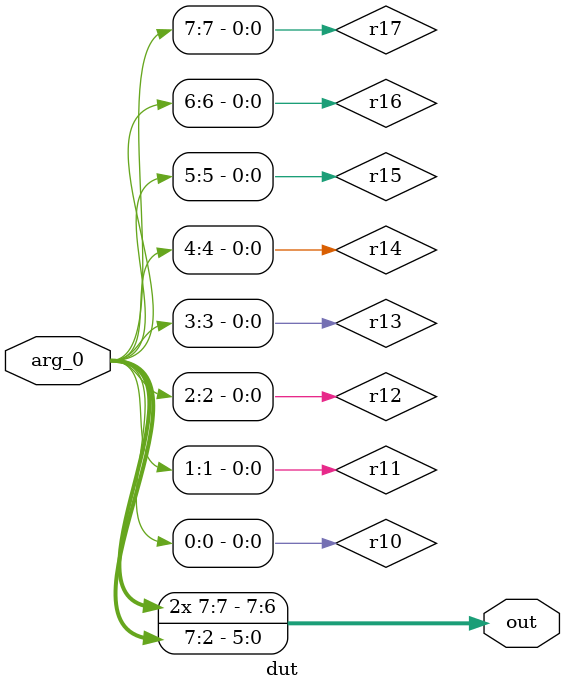
<source format=v>
module testbench();
    wire [7:0] out;
    reg [7:0] arg_0;
    dut t (.out(out),.arg_0(arg_0));
    initial begin
        arg_0 = 8'sb00000000;
        #0;
        if (8'sb00000000 !== out) begin
            $display("ASSERTION FAILED 0x%0h !== 0x%0h CASE 0", 8'sb00000000, out);
            $finish;
        end
        arg_0 = 8'sb00000001;
        #0;
        if (8'sb00000000 !== out) begin
            $display("ASSERTION FAILED 0x%0h !== 0x%0h CASE 1", 8'sb00000000, out);
            $finish;
        end
        arg_0 = 8'sb00000010;
        #0;
        if (8'sb00000000 !== out) begin
            $display("ASSERTION FAILED 0x%0h !== 0x%0h CASE 2", 8'sb00000000, out);
            $finish;
        end
        arg_0 = 8'sb00000011;
        #0;
        if (8'sb00000000 !== out) begin
            $display("ASSERTION FAILED 0x%0h !== 0x%0h CASE 3", 8'sb00000000, out);
            $finish;
        end
        arg_0 = 8'sb00000100;
        #0;
        if (8'sb00000001 !== out) begin
            $display("ASSERTION FAILED 0x%0h !== 0x%0h CASE 4", 8'sb00000001, out);
            $finish;
        end
        arg_0 = 8'sb00000101;
        #0;
        if (8'sb00000001 !== out) begin
            $display("ASSERTION FAILED 0x%0h !== 0x%0h CASE 5", 8'sb00000001, out);
            $finish;
        end
        arg_0 = 8'sb00000110;
        #0;
        if (8'sb00000001 !== out) begin
            $display("ASSERTION FAILED 0x%0h !== 0x%0h CASE 6", 8'sb00000001, out);
            $finish;
        end
        arg_0 = 8'sb00000111;
        #0;
        if (8'sb00000001 !== out) begin
            $display("ASSERTION FAILED 0x%0h !== 0x%0h CASE 7", 8'sb00000001, out);
            $finish;
        end
        arg_0 = 8'sb00001000;
        #0;
        if (8'sb00000010 !== out) begin
            $display("ASSERTION FAILED 0x%0h !== 0x%0h CASE 8", 8'sb00000010, out);
            $finish;
        end
        arg_0 = 8'sb00001001;
        #0;
        if (8'sb00000010 !== out) begin
            $display("ASSERTION FAILED 0x%0h !== 0x%0h CASE 9", 8'sb00000010, out);
            $finish;
        end
        arg_0 = 8'sb00001010;
        #0;
        if (8'sb00000010 !== out) begin
            $display("ASSERTION FAILED 0x%0h !== 0x%0h CASE 10", 8'sb00000010, out);
            $finish;
        end
        arg_0 = 8'sb00001011;
        #0;
        if (8'sb00000010 !== out) begin
            $display("ASSERTION FAILED 0x%0h !== 0x%0h CASE 11", 8'sb00000010, out);
            $finish;
        end
        arg_0 = 8'sb00001100;
        #0;
        if (8'sb00000011 !== out) begin
            $display("ASSERTION FAILED 0x%0h !== 0x%0h CASE 12", 8'sb00000011, out);
            $finish;
        end
        arg_0 = 8'sb00001101;
        #0;
        if (8'sb00000011 !== out) begin
            $display("ASSERTION FAILED 0x%0h !== 0x%0h CASE 13", 8'sb00000011, out);
            $finish;
        end
        arg_0 = 8'sb00001110;
        #0;
        if (8'sb00000011 !== out) begin
            $display("ASSERTION FAILED 0x%0h !== 0x%0h CASE 14", 8'sb00000011, out);
            $finish;
        end
        arg_0 = 8'sb00001111;
        #0;
        if (8'sb00000011 !== out) begin
            $display("ASSERTION FAILED 0x%0h !== 0x%0h CASE 15", 8'sb00000011, out);
            $finish;
        end
        arg_0 = 8'sb00010000;
        #0;
        if (8'sb00000100 !== out) begin
            $display("ASSERTION FAILED 0x%0h !== 0x%0h CASE 16", 8'sb00000100, out);
            $finish;
        end
        arg_0 = 8'sb00010001;
        #0;
        if (8'sb00000100 !== out) begin
            $display("ASSERTION FAILED 0x%0h !== 0x%0h CASE 17", 8'sb00000100, out);
            $finish;
        end
        arg_0 = 8'sb00010010;
        #0;
        if (8'sb00000100 !== out) begin
            $display("ASSERTION FAILED 0x%0h !== 0x%0h CASE 18", 8'sb00000100, out);
            $finish;
        end
        arg_0 = 8'sb00010011;
        #0;
        if (8'sb00000100 !== out) begin
            $display("ASSERTION FAILED 0x%0h !== 0x%0h CASE 19", 8'sb00000100, out);
            $finish;
        end
        arg_0 = 8'sb00010100;
        #0;
        if (8'sb00000101 !== out) begin
            $display("ASSERTION FAILED 0x%0h !== 0x%0h CASE 20", 8'sb00000101, out);
            $finish;
        end
        arg_0 = 8'sb00010101;
        #0;
        if (8'sb00000101 !== out) begin
            $display("ASSERTION FAILED 0x%0h !== 0x%0h CASE 21", 8'sb00000101, out);
            $finish;
        end
        arg_0 = 8'sb00010110;
        #0;
        if (8'sb00000101 !== out) begin
            $display("ASSERTION FAILED 0x%0h !== 0x%0h CASE 22", 8'sb00000101, out);
            $finish;
        end
        arg_0 = 8'sb00010111;
        #0;
        if (8'sb00000101 !== out) begin
            $display("ASSERTION FAILED 0x%0h !== 0x%0h CASE 23", 8'sb00000101, out);
            $finish;
        end
        arg_0 = 8'sb00011000;
        #0;
        if (8'sb00000110 !== out) begin
            $display("ASSERTION FAILED 0x%0h !== 0x%0h CASE 24", 8'sb00000110, out);
            $finish;
        end
        arg_0 = 8'sb00011001;
        #0;
        if (8'sb00000110 !== out) begin
            $display("ASSERTION FAILED 0x%0h !== 0x%0h CASE 25", 8'sb00000110, out);
            $finish;
        end
        arg_0 = 8'sb00011010;
        #0;
        if (8'sb00000110 !== out) begin
            $display("ASSERTION FAILED 0x%0h !== 0x%0h CASE 26", 8'sb00000110, out);
            $finish;
        end
        arg_0 = 8'sb00011011;
        #0;
        if (8'sb00000110 !== out) begin
            $display("ASSERTION FAILED 0x%0h !== 0x%0h CASE 27", 8'sb00000110, out);
            $finish;
        end
        arg_0 = 8'sb00011100;
        #0;
        if (8'sb00000111 !== out) begin
            $display("ASSERTION FAILED 0x%0h !== 0x%0h CASE 28", 8'sb00000111, out);
            $finish;
        end
        arg_0 = 8'sb00011101;
        #0;
        if (8'sb00000111 !== out) begin
            $display("ASSERTION FAILED 0x%0h !== 0x%0h CASE 29", 8'sb00000111, out);
            $finish;
        end
        arg_0 = 8'sb00011110;
        #0;
        if (8'sb00000111 !== out) begin
            $display("ASSERTION FAILED 0x%0h !== 0x%0h CASE 30", 8'sb00000111, out);
            $finish;
        end
        arg_0 = 8'sb00011111;
        #0;
        if (8'sb00000111 !== out) begin
            $display("ASSERTION FAILED 0x%0h !== 0x%0h CASE 31", 8'sb00000111, out);
            $finish;
        end
        arg_0 = 8'sb00100000;
        #0;
        if (8'sb00001000 !== out) begin
            $display("ASSERTION FAILED 0x%0h !== 0x%0h CASE 32", 8'sb00001000, out);
            $finish;
        end
        arg_0 = 8'sb00100001;
        #0;
        if (8'sb00001000 !== out) begin
            $display("ASSERTION FAILED 0x%0h !== 0x%0h CASE 33", 8'sb00001000, out);
            $finish;
        end
        arg_0 = 8'sb00100010;
        #0;
        if (8'sb00001000 !== out) begin
            $display("ASSERTION FAILED 0x%0h !== 0x%0h CASE 34", 8'sb00001000, out);
            $finish;
        end
        arg_0 = 8'sb00100011;
        #0;
        if (8'sb00001000 !== out) begin
            $display("ASSERTION FAILED 0x%0h !== 0x%0h CASE 35", 8'sb00001000, out);
            $finish;
        end
        arg_0 = 8'sb00100100;
        #0;
        if (8'sb00001001 !== out) begin
            $display("ASSERTION FAILED 0x%0h !== 0x%0h CASE 36", 8'sb00001001, out);
            $finish;
        end
        arg_0 = 8'sb00100101;
        #0;
        if (8'sb00001001 !== out) begin
            $display("ASSERTION FAILED 0x%0h !== 0x%0h CASE 37", 8'sb00001001, out);
            $finish;
        end
        arg_0 = 8'sb00100110;
        #0;
        if (8'sb00001001 !== out) begin
            $display("ASSERTION FAILED 0x%0h !== 0x%0h CASE 38", 8'sb00001001, out);
            $finish;
        end
        arg_0 = 8'sb00100111;
        #0;
        if (8'sb00001001 !== out) begin
            $display("ASSERTION FAILED 0x%0h !== 0x%0h CASE 39", 8'sb00001001, out);
            $finish;
        end
        arg_0 = 8'sb00101000;
        #0;
        if (8'sb00001010 !== out) begin
            $display("ASSERTION FAILED 0x%0h !== 0x%0h CASE 40", 8'sb00001010, out);
            $finish;
        end
        arg_0 = 8'sb00101001;
        #0;
        if (8'sb00001010 !== out) begin
            $display("ASSERTION FAILED 0x%0h !== 0x%0h CASE 41", 8'sb00001010, out);
            $finish;
        end
        arg_0 = 8'sb00101010;
        #0;
        if (8'sb00001010 !== out) begin
            $display("ASSERTION FAILED 0x%0h !== 0x%0h CASE 42", 8'sb00001010, out);
            $finish;
        end
        arg_0 = 8'sb00101011;
        #0;
        if (8'sb00001010 !== out) begin
            $display("ASSERTION FAILED 0x%0h !== 0x%0h CASE 43", 8'sb00001010, out);
            $finish;
        end
        arg_0 = 8'sb00101100;
        #0;
        if (8'sb00001011 !== out) begin
            $display("ASSERTION FAILED 0x%0h !== 0x%0h CASE 44", 8'sb00001011, out);
            $finish;
        end
        arg_0 = 8'sb00101101;
        #0;
        if (8'sb00001011 !== out) begin
            $display("ASSERTION FAILED 0x%0h !== 0x%0h CASE 45", 8'sb00001011, out);
            $finish;
        end
        arg_0 = 8'sb00101110;
        #0;
        if (8'sb00001011 !== out) begin
            $display("ASSERTION FAILED 0x%0h !== 0x%0h CASE 46", 8'sb00001011, out);
            $finish;
        end
        arg_0 = 8'sb00101111;
        #0;
        if (8'sb00001011 !== out) begin
            $display("ASSERTION FAILED 0x%0h !== 0x%0h CASE 47", 8'sb00001011, out);
            $finish;
        end
        arg_0 = 8'sb00110000;
        #0;
        if (8'sb00001100 !== out) begin
            $display("ASSERTION FAILED 0x%0h !== 0x%0h CASE 48", 8'sb00001100, out);
            $finish;
        end
        arg_0 = 8'sb00110001;
        #0;
        if (8'sb00001100 !== out) begin
            $display("ASSERTION FAILED 0x%0h !== 0x%0h CASE 49", 8'sb00001100, out);
            $finish;
        end
        arg_0 = 8'sb00110010;
        #0;
        if (8'sb00001100 !== out) begin
            $display("ASSERTION FAILED 0x%0h !== 0x%0h CASE 50", 8'sb00001100, out);
            $finish;
        end
        arg_0 = 8'sb00110011;
        #0;
        if (8'sb00001100 !== out) begin
            $display("ASSERTION FAILED 0x%0h !== 0x%0h CASE 51", 8'sb00001100, out);
            $finish;
        end
        arg_0 = 8'sb00110100;
        #0;
        if (8'sb00001101 !== out) begin
            $display("ASSERTION FAILED 0x%0h !== 0x%0h CASE 52", 8'sb00001101, out);
            $finish;
        end
        arg_0 = 8'sb00110101;
        #0;
        if (8'sb00001101 !== out) begin
            $display("ASSERTION FAILED 0x%0h !== 0x%0h CASE 53", 8'sb00001101, out);
            $finish;
        end
        arg_0 = 8'sb00110110;
        #0;
        if (8'sb00001101 !== out) begin
            $display("ASSERTION FAILED 0x%0h !== 0x%0h CASE 54", 8'sb00001101, out);
            $finish;
        end
        arg_0 = 8'sb00110111;
        #0;
        if (8'sb00001101 !== out) begin
            $display("ASSERTION FAILED 0x%0h !== 0x%0h CASE 55", 8'sb00001101, out);
            $finish;
        end
        arg_0 = 8'sb00111000;
        #0;
        if (8'sb00001110 !== out) begin
            $display("ASSERTION FAILED 0x%0h !== 0x%0h CASE 56", 8'sb00001110, out);
            $finish;
        end
        arg_0 = 8'sb00111001;
        #0;
        if (8'sb00001110 !== out) begin
            $display("ASSERTION FAILED 0x%0h !== 0x%0h CASE 57", 8'sb00001110, out);
            $finish;
        end
        arg_0 = 8'sb00111010;
        #0;
        if (8'sb00001110 !== out) begin
            $display("ASSERTION FAILED 0x%0h !== 0x%0h CASE 58", 8'sb00001110, out);
            $finish;
        end
        arg_0 = 8'sb00111011;
        #0;
        if (8'sb00001110 !== out) begin
            $display("ASSERTION FAILED 0x%0h !== 0x%0h CASE 59", 8'sb00001110, out);
            $finish;
        end
        arg_0 = 8'sb00111100;
        #0;
        if (8'sb00001111 !== out) begin
            $display("ASSERTION FAILED 0x%0h !== 0x%0h CASE 60", 8'sb00001111, out);
            $finish;
        end
        arg_0 = 8'sb00111101;
        #0;
        if (8'sb00001111 !== out) begin
            $display("ASSERTION FAILED 0x%0h !== 0x%0h CASE 61", 8'sb00001111, out);
            $finish;
        end
        arg_0 = 8'sb00111110;
        #0;
        if (8'sb00001111 !== out) begin
            $display("ASSERTION FAILED 0x%0h !== 0x%0h CASE 62", 8'sb00001111, out);
            $finish;
        end
        arg_0 = 8'sb00111111;
        #0;
        if (8'sb00001111 !== out) begin
            $display("ASSERTION FAILED 0x%0h !== 0x%0h CASE 63", 8'sb00001111, out);
            $finish;
        end
        arg_0 = 8'sb01000000;
        #0;
        if (8'sb00010000 !== out) begin
            $display("ASSERTION FAILED 0x%0h !== 0x%0h CASE 64", 8'sb00010000, out);
            $finish;
        end
        arg_0 = 8'sb01000001;
        #0;
        if (8'sb00010000 !== out) begin
            $display("ASSERTION FAILED 0x%0h !== 0x%0h CASE 65", 8'sb00010000, out);
            $finish;
        end
        arg_0 = 8'sb01000010;
        #0;
        if (8'sb00010000 !== out) begin
            $display("ASSERTION FAILED 0x%0h !== 0x%0h CASE 66", 8'sb00010000, out);
            $finish;
        end
        arg_0 = 8'sb01000011;
        #0;
        if (8'sb00010000 !== out) begin
            $display("ASSERTION FAILED 0x%0h !== 0x%0h CASE 67", 8'sb00010000, out);
            $finish;
        end
        arg_0 = 8'sb01000100;
        #0;
        if (8'sb00010001 !== out) begin
            $display("ASSERTION FAILED 0x%0h !== 0x%0h CASE 68", 8'sb00010001, out);
            $finish;
        end
        arg_0 = 8'sb01000101;
        #0;
        if (8'sb00010001 !== out) begin
            $display("ASSERTION FAILED 0x%0h !== 0x%0h CASE 69", 8'sb00010001, out);
            $finish;
        end
        arg_0 = 8'sb01000110;
        #0;
        if (8'sb00010001 !== out) begin
            $display("ASSERTION FAILED 0x%0h !== 0x%0h CASE 70", 8'sb00010001, out);
            $finish;
        end
        arg_0 = 8'sb01000111;
        #0;
        if (8'sb00010001 !== out) begin
            $display("ASSERTION FAILED 0x%0h !== 0x%0h CASE 71", 8'sb00010001, out);
            $finish;
        end
        arg_0 = 8'sb01001000;
        #0;
        if (8'sb00010010 !== out) begin
            $display("ASSERTION FAILED 0x%0h !== 0x%0h CASE 72", 8'sb00010010, out);
            $finish;
        end
        arg_0 = 8'sb01001001;
        #0;
        if (8'sb00010010 !== out) begin
            $display("ASSERTION FAILED 0x%0h !== 0x%0h CASE 73", 8'sb00010010, out);
            $finish;
        end
        arg_0 = 8'sb01001010;
        #0;
        if (8'sb00010010 !== out) begin
            $display("ASSERTION FAILED 0x%0h !== 0x%0h CASE 74", 8'sb00010010, out);
            $finish;
        end
        arg_0 = 8'sb01001011;
        #0;
        if (8'sb00010010 !== out) begin
            $display("ASSERTION FAILED 0x%0h !== 0x%0h CASE 75", 8'sb00010010, out);
            $finish;
        end
        arg_0 = 8'sb01001100;
        #0;
        if (8'sb00010011 !== out) begin
            $display("ASSERTION FAILED 0x%0h !== 0x%0h CASE 76", 8'sb00010011, out);
            $finish;
        end
        arg_0 = 8'sb01001101;
        #0;
        if (8'sb00010011 !== out) begin
            $display("ASSERTION FAILED 0x%0h !== 0x%0h CASE 77", 8'sb00010011, out);
            $finish;
        end
        arg_0 = 8'sb01001110;
        #0;
        if (8'sb00010011 !== out) begin
            $display("ASSERTION FAILED 0x%0h !== 0x%0h CASE 78", 8'sb00010011, out);
            $finish;
        end
        arg_0 = 8'sb01001111;
        #0;
        if (8'sb00010011 !== out) begin
            $display("ASSERTION FAILED 0x%0h !== 0x%0h CASE 79", 8'sb00010011, out);
            $finish;
        end
        arg_0 = 8'sb01010000;
        #0;
        if (8'sb00010100 !== out) begin
            $display("ASSERTION FAILED 0x%0h !== 0x%0h CASE 80", 8'sb00010100, out);
            $finish;
        end
        arg_0 = 8'sb01010001;
        #0;
        if (8'sb00010100 !== out) begin
            $display("ASSERTION FAILED 0x%0h !== 0x%0h CASE 81", 8'sb00010100, out);
            $finish;
        end
        arg_0 = 8'sb01010010;
        #0;
        if (8'sb00010100 !== out) begin
            $display("ASSERTION FAILED 0x%0h !== 0x%0h CASE 82", 8'sb00010100, out);
            $finish;
        end
        arg_0 = 8'sb01010011;
        #0;
        if (8'sb00010100 !== out) begin
            $display("ASSERTION FAILED 0x%0h !== 0x%0h CASE 83", 8'sb00010100, out);
            $finish;
        end
        arg_0 = 8'sb01010100;
        #0;
        if (8'sb00010101 !== out) begin
            $display("ASSERTION FAILED 0x%0h !== 0x%0h CASE 84", 8'sb00010101, out);
            $finish;
        end
        arg_0 = 8'sb01010101;
        #0;
        if (8'sb00010101 !== out) begin
            $display("ASSERTION FAILED 0x%0h !== 0x%0h CASE 85", 8'sb00010101, out);
            $finish;
        end
        arg_0 = 8'sb01010110;
        #0;
        if (8'sb00010101 !== out) begin
            $display("ASSERTION FAILED 0x%0h !== 0x%0h CASE 86", 8'sb00010101, out);
            $finish;
        end
        arg_0 = 8'sb01010111;
        #0;
        if (8'sb00010101 !== out) begin
            $display("ASSERTION FAILED 0x%0h !== 0x%0h CASE 87", 8'sb00010101, out);
            $finish;
        end
        arg_0 = 8'sb01011000;
        #0;
        if (8'sb00010110 !== out) begin
            $display("ASSERTION FAILED 0x%0h !== 0x%0h CASE 88", 8'sb00010110, out);
            $finish;
        end
        arg_0 = 8'sb01011001;
        #0;
        if (8'sb00010110 !== out) begin
            $display("ASSERTION FAILED 0x%0h !== 0x%0h CASE 89", 8'sb00010110, out);
            $finish;
        end
        arg_0 = 8'sb01011010;
        #0;
        if (8'sb00010110 !== out) begin
            $display("ASSERTION FAILED 0x%0h !== 0x%0h CASE 90", 8'sb00010110, out);
            $finish;
        end
        arg_0 = 8'sb01011011;
        #0;
        if (8'sb00010110 !== out) begin
            $display("ASSERTION FAILED 0x%0h !== 0x%0h CASE 91", 8'sb00010110, out);
            $finish;
        end
        arg_0 = 8'sb01011100;
        #0;
        if (8'sb00010111 !== out) begin
            $display("ASSERTION FAILED 0x%0h !== 0x%0h CASE 92", 8'sb00010111, out);
            $finish;
        end
        arg_0 = 8'sb01011101;
        #0;
        if (8'sb00010111 !== out) begin
            $display("ASSERTION FAILED 0x%0h !== 0x%0h CASE 93", 8'sb00010111, out);
            $finish;
        end
        arg_0 = 8'sb01011110;
        #0;
        if (8'sb00010111 !== out) begin
            $display("ASSERTION FAILED 0x%0h !== 0x%0h CASE 94", 8'sb00010111, out);
            $finish;
        end
        arg_0 = 8'sb01011111;
        #0;
        if (8'sb00010111 !== out) begin
            $display("ASSERTION FAILED 0x%0h !== 0x%0h CASE 95", 8'sb00010111, out);
            $finish;
        end
        arg_0 = 8'sb01100000;
        #0;
        if (8'sb00011000 !== out) begin
            $display("ASSERTION FAILED 0x%0h !== 0x%0h CASE 96", 8'sb00011000, out);
            $finish;
        end
        arg_0 = 8'sb01100001;
        #0;
        if (8'sb00011000 !== out) begin
            $display("ASSERTION FAILED 0x%0h !== 0x%0h CASE 97", 8'sb00011000, out);
            $finish;
        end
        arg_0 = 8'sb01100010;
        #0;
        if (8'sb00011000 !== out) begin
            $display("ASSERTION FAILED 0x%0h !== 0x%0h CASE 98", 8'sb00011000, out);
            $finish;
        end
        arg_0 = 8'sb01100011;
        #0;
        if (8'sb00011000 !== out) begin
            $display("ASSERTION FAILED 0x%0h !== 0x%0h CASE 99", 8'sb00011000, out);
            $finish;
        end
        arg_0 = 8'sb01100100;
        #0;
        if (8'sb00011001 !== out) begin
            $display("ASSERTION FAILED 0x%0h !== 0x%0h CASE 100", 8'sb00011001, out);
            $finish;
        end
        arg_0 = 8'sb01100101;
        #0;
        if (8'sb00011001 !== out) begin
            $display("ASSERTION FAILED 0x%0h !== 0x%0h CASE 101", 8'sb00011001, out);
            $finish;
        end
        arg_0 = 8'sb01100110;
        #0;
        if (8'sb00011001 !== out) begin
            $display("ASSERTION FAILED 0x%0h !== 0x%0h CASE 102", 8'sb00011001, out);
            $finish;
        end
        arg_0 = 8'sb01100111;
        #0;
        if (8'sb00011001 !== out) begin
            $display("ASSERTION FAILED 0x%0h !== 0x%0h CASE 103", 8'sb00011001, out);
            $finish;
        end
        arg_0 = 8'sb01101000;
        #0;
        if (8'sb00011010 !== out) begin
            $display("ASSERTION FAILED 0x%0h !== 0x%0h CASE 104", 8'sb00011010, out);
            $finish;
        end
        arg_0 = 8'sb01101001;
        #0;
        if (8'sb00011010 !== out) begin
            $display("ASSERTION FAILED 0x%0h !== 0x%0h CASE 105", 8'sb00011010, out);
            $finish;
        end
        arg_0 = 8'sb01101010;
        #0;
        if (8'sb00011010 !== out) begin
            $display("ASSERTION FAILED 0x%0h !== 0x%0h CASE 106", 8'sb00011010, out);
            $finish;
        end
        arg_0 = 8'sb01101011;
        #0;
        if (8'sb00011010 !== out) begin
            $display("ASSERTION FAILED 0x%0h !== 0x%0h CASE 107", 8'sb00011010, out);
            $finish;
        end
        arg_0 = 8'sb01101100;
        #0;
        if (8'sb00011011 !== out) begin
            $display("ASSERTION FAILED 0x%0h !== 0x%0h CASE 108", 8'sb00011011, out);
            $finish;
        end
        arg_0 = 8'sb01101101;
        #0;
        if (8'sb00011011 !== out) begin
            $display("ASSERTION FAILED 0x%0h !== 0x%0h CASE 109", 8'sb00011011, out);
            $finish;
        end
        arg_0 = 8'sb01101110;
        #0;
        if (8'sb00011011 !== out) begin
            $display("ASSERTION FAILED 0x%0h !== 0x%0h CASE 110", 8'sb00011011, out);
            $finish;
        end
        arg_0 = 8'sb01101111;
        #0;
        if (8'sb00011011 !== out) begin
            $display("ASSERTION FAILED 0x%0h !== 0x%0h CASE 111", 8'sb00011011, out);
            $finish;
        end
        arg_0 = 8'sb01110000;
        #0;
        if (8'sb00011100 !== out) begin
            $display("ASSERTION FAILED 0x%0h !== 0x%0h CASE 112", 8'sb00011100, out);
            $finish;
        end
        arg_0 = 8'sb01110001;
        #0;
        if (8'sb00011100 !== out) begin
            $display("ASSERTION FAILED 0x%0h !== 0x%0h CASE 113", 8'sb00011100, out);
            $finish;
        end
        arg_0 = 8'sb01110010;
        #0;
        if (8'sb00011100 !== out) begin
            $display("ASSERTION FAILED 0x%0h !== 0x%0h CASE 114", 8'sb00011100, out);
            $finish;
        end
        arg_0 = 8'sb01110011;
        #0;
        if (8'sb00011100 !== out) begin
            $display("ASSERTION FAILED 0x%0h !== 0x%0h CASE 115", 8'sb00011100, out);
            $finish;
        end
        arg_0 = 8'sb01110100;
        #0;
        if (8'sb00011101 !== out) begin
            $display("ASSERTION FAILED 0x%0h !== 0x%0h CASE 116", 8'sb00011101, out);
            $finish;
        end
        arg_0 = 8'sb01110101;
        #0;
        if (8'sb00011101 !== out) begin
            $display("ASSERTION FAILED 0x%0h !== 0x%0h CASE 117", 8'sb00011101, out);
            $finish;
        end
        arg_0 = 8'sb01110110;
        #0;
        if (8'sb00011101 !== out) begin
            $display("ASSERTION FAILED 0x%0h !== 0x%0h CASE 118", 8'sb00011101, out);
            $finish;
        end
        arg_0 = 8'sb01110111;
        #0;
        if (8'sb00011101 !== out) begin
            $display("ASSERTION FAILED 0x%0h !== 0x%0h CASE 119", 8'sb00011101, out);
            $finish;
        end
        arg_0 = 8'sb01111000;
        #0;
        if (8'sb00011110 !== out) begin
            $display("ASSERTION FAILED 0x%0h !== 0x%0h CASE 120", 8'sb00011110, out);
            $finish;
        end
        arg_0 = 8'sb01111001;
        #0;
        if (8'sb00011110 !== out) begin
            $display("ASSERTION FAILED 0x%0h !== 0x%0h CASE 121", 8'sb00011110, out);
            $finish;
        end
        arg_0 = 8'sb01111010;
        #0;
        if (8'sb00011110 !== out) begin
            $display("ASSERTION FAILED 0x%0h !== 0x%0h CASE 122", 8'sb00011110, out);
            $finish;
        end
        arg_0 = 8'sb01111011;
        #0;
        if (8'sb00011110 !== out) begin
            $display("ASSERTION FAILED 0x%0h !== 0x%0h CASE 123", 8'sb00011110, out);
            $finish;
        end
        arg_0 = 8'sb01111100;
        #0;
        if (8'sb00011111 !== out) begin
            $display("ASSERTION FAILED 0x%0h !== 0x%0h CASE 124", 8'sb00011111, out);
            $finish;
        end
        arg_0 = 8'sb01111101;
        #0;
        if (8'sb00011111 !== out) begin
            $display("ASSERTION FAILED 0x%0h !== 0x%0h CASE 125", 8'sb00011111, out);
            $finish;
        end
        arg_0 = 8'sb01111110;
        #0;
        if (8'sb00011111 !== out) begin
            $display("ASSERTION FAILED 0x%0h !== 0x%0h CASE 126", 8'sb00011111, out);
            $finish;
        end
        arg_0 = 8'sb01111111;
        #0;
        if (8'sb00011111 !== out) begin
            $display("ASSERTION FAILED 0x%0h !== 0x%0h CASE 127", 8'sb00011111, out);
            $finish;
        end
        arg_0 = 8'sb10000000;
        #0;
        if (8'sb11100000 !== out) begin
            $display("ASSERTION FAILED 0x%0h !== 0x%0h CASE 128", 8'sb11100000, out);
            $finish;
        end
        arg_0 = 8'sb10000001;
        #0;
        if (8'sb11100000 !== out) begin
            $display("ASSERTION FAILED 0x%0h !== 0x%0h CASE 129", 8'sb11100000, out);
            $finish;
        end
        arg_0 = 8'sb10000010;
        #0;
        if (8'sb11100000 !== out) begin
            $display("ASSERTION FAILED 0x%0h !== 0x%0h CASE 130", 8'sb11100000, out);
            $finish;
        end
        arg_0 = 8'sb10000011;
        #0;
        if (8'sb11100000 !== out) begin
            $display("ASSERTION FAILED 0x%0h !== 0x%0h CASE 131", 8'sb11100000, out);
            $finish;
        end
        arg_0 = 8'sb10000100;
        #0;
        if (8'sb11100001 !== out) begin
            $display("ASSERTION FAILED 0x%0h !== 0x%0h CASE 132", 8'sb11100001, out);
            $finish;
        end
        arg_0 = 8'sb10000101;
        #0;
        if (8'sb11100001 !== out) begin
            $display("ASSERTION FAILED 0x%0h !== 0x%0h CASE 133", 8'sb11100001, out);
            $finish;
        end
        arg_0 = 8'sb10000110;
        #0;
        if (8'sb11100001 !== out) begin
            $display("ASSERTION FAILED 0x%0h !== 0x%0h CASE 134", 8'sb11100001, out);
            $finish;
        end
        arg_0 = 8'sb10000111;
        #0;
        if (8'sb11100001 !== out) begin
            $display("ASSERTION FAILED 0x%0h !== 0x%0h CASE 135", 8'sb11100001, out);
            $finish;
        end
        arg_0 = 8'sb10001000;
        #0;
        if (8'sb11100010 !== out) begin
            $display("ASSERTION FAILED 0x%0h !== 0x%0h CASE 136", 8'sb11100010, out);
            $finish;
        end
        arg_0 = 8'sb10001001;
        #0;
        if (8'sb11100010 !== out) begin
            $display("ASSERTION FAILED 0x%0h !== 0x%0h CASE 137", 8'sb11100010, out);
            $finish;
        end
        arg_0 = 8'sb10001010;
        #0;
        if (8'sb11100010 !== out) begin
            $display("ASSERTION FAILED 0x%0h !== 0x%0h CASE 138", 8'sb11100010, out);
            $finish;
        end
        arg_0 = 8'sb10001011;
        #0;
        if (8'sb11100010 !== out) begin
            $display("ASSERTION FAILED 0x%0h !== 0x%0h CASE 139", 8'sb11100010, out);
            $finish;
        end
        arg_0 = 8'sb10001100;
        #0;
        if (8'sb11100011 !== out) begin
            $display("ASSERTION FAILED 0x%0h !== 0x%0h CASE 140", 8'sb11100011, out);
            $finish;
        end
        arg_0 = 8'sb10001101;
        #0;
        if (8'sb11100011 !== out) begin
            $display("ASSERTION FAILED 0x%0h !== 0x%0h CASE 141", 8'sb11100011, out);
            $finish;
        end
        arg_0 = 8'sb10001110;
        #0;
        if (8'sb11100011 !== out) begin
            $display("ASSERTION FAILED 0x%0h !== 0x%0h CASE 142", 8'sb11100011, out);
            $finish;
        end
        arg_0 = 8'sb10001111;
        #0;
        if (8'sb11100011 !== out) begin
            $display("ASSERTION FAILED 0x%0h !== 0x%0h CASE 143", 8'sb11100011, out);
            $finish;
        end
        arg_0 = 8'sb10010000;
        #0;
        if (8'sb11100100 !== out) begin
            $display("ASSERTION FAILED 0x%0h !== 0x%0h CASE 144", 8'sb11100100, out);
            $finish;
        end
        arg_0 = 8'sb10010001;
        #0;
        if (8'sb11100100 !== out) begin
            $display("ASSERTION FAILED 0x%0h !== 0x%0h CASE 145", 8'sb11100100, out);
            $finish;
        end
        arg_0 = 8'sb10010010;
        #0;
        if (8'sb11100100 !== out) begin
            $display("ASSERTION FAILED 0x%0h !== 0x%0h CASE 146", 8'sb11100100, out);
            $finish;
        end
        arg_0 = 8'sb10010011;
        #0;
        if (8'sb11100100 !== out) begin
            $display("ASSERTION FAILED 0x%0h !== 0x%0h CASE 147", 8'sb11100100, out);
            $finish;
        end
        arg_0 = 8'sb10010100;
        #0;
        if (8'sb11100101 !== out) begin
            $display("ASSERTION FAILED 0x%0h !== 0x%0h CASE 148", 8'sb11100101, out);
            $finish;
        end
        arg_0 = 8'sb10010101;
        #0;
        if (8'sb11100101 !== out) begin
            $display("ASSERTION FAILED 0x%0h !== 0x%0h CASE 149", 8'sb11100101, out);
            $finish;
        end
        arg_0 = 8'sb10010110;
        #0;
        if (8'sb11100101 !== out) begin
            $display("ASSERTION FAILED 0x%0h !== 0x%0h CASE 150", 8'sb11100101, out);
            $finish;
        end
        arg_0 = 8'sb10010111;
        #0;
        if (8'sb11100101 !== out) begin
            $display("ASSERTION FAILED 0x%0h !== 0x%0h CASE 151", 8'sb11100101, out);
            $finish;
        end
        arg_0 = 8'sb10011000;
        #0;
        if (8'sb11100110 !== out) begin
            $display("ASSERTION FAILED 0x%0h !== 0x%0h CASE 152", 8'sb11100110, out);
            $finish;
        end
        arg_0 = 8'sb10011001;
        #0;
        if (8'sb11100110 !== out) begin
            $display("ASSERTION FAILED 0x%0h !== 0x%0h CASE 153", 8'sb11100110, out);
            $finish;
        end
        arg_0 = 8'sb10011010;
        #0;
        if (8'sb11100110 !== out) begin
            $display("ASSERTION FAILED 0x%0h !== 0x%0h CASE 154", 8'sb11100110, out);
            $finish;
        end
        arg_0 = 8'sb10011011;
        #0;
        if (8'sb11100110 !== out) begin
            $display("ASSERTION FAILED 0x%0h !== 0x%0h CASE 155", 8'sb11100110, out);
            $finish;
        end
        arg_0 = 8'sb10011100;
        #0;
        if (8'sb11100111 !== out) begin
            $display("ASSERTION FAILED 0x%0h !== 0x%0h CASE 156", 8'sb11100111, out);
            $finish;
        end
        arg_0 = 8'sb10011101;
        #0;
        if (8'sb11100111 !== out) begin
            $display("ASSERTION FAILED 0x%0h !== 0x%0h CASE 157", 8'sb11100111, out);
            $finish;
        end
        arg_0 = 8'sb10011110;
        #0;
        if (8'sb11100111 !== out) begin
            $display("ASSERTION FAILED 0x%0h !== 0x%0h CASE 158", 8'sb11100111, out);
            $finish;
        end
        arg_0 = 8'sb10011111;
        #0;
        if (8'sb11100111 !== out) begin
            $display("ASSERTION FAILED 0x%0h !== 0x%0h CASE 159", 8'sb11100111, out);
            $finish;
        end
        arg_0 = 8'sb10100000;
        #0;
        if (8'sb11101000 !== out) begin
            $display("ASSERTION FAILED 0x%0h !== 0x%0h CASE 160", 8'sb11101000, out);
            $finish;
        end
        arg_0 = 8'sb10100001;
        #0;
        if (8'sb11101000 !== out) begin
            $display("ASSERTION FAILED 0x%0h !== 0x%0h CASE 161", 8'sb11101000, out);
            $finish;
        end
        arg_0 = 8'sb10100010;
        #0;
        if (8'sb11101000 !== out) begin
            $display("ASSERTION FAILED 0x%0h !== 0x%0h CASE 162", 8'sb11101000, out);
            $finish;
        end
        arg_0 = 8'sb10100011;
        #0;
        if (8'sb11101000 !== out) begin
            $display("ASSERTION FAILED 0x%0h !== 0x%0h CASE 163", 8'sb11101000, out);
            $finish;
        end
        arg_0 = 8'sb10100100;
        #0;
        if (8'sb11101001 !== out) begin
            $display("ASSERTION FAILED 0x%0h !== 0x%0h CASE 164", 8'sb11101001, out);
            $finish;
        end
        arg_0 = 8'sb10100101;
        #0;
        if (8'sb11101001 !== out) begin
            $display("ASSERTION FAILED 0x%0h !== 0x%0h CASE 165", 8'sb11101001, out);
            $finish;
        end
        arg_0 = 8'sb10100110;
        #0;
        if (8'sb11101001 !== out) begin
            $display("ASSERTION FAILED 0x%0h !== 0x%0h CASE 166", 8'sb11101001, out);
            $finish;
        end
        arg_0 = 8'sb10100111;
        #0;
        if (8'sb11101001 !== out) begin
            $display("ASSERTION FAILED 0x%0h !== 0x%0h CASE 167", 8'sb11101001, out);
            $finish;
        end
        arg_0 = 8'sb10101000;
        #0;
        if (8'sb11101010 !== out) begin
            $display("ASSERTION FAILED 0x%0h !== 0x%0h CASE 168", 8'sb11101010, out);
            $finish;
        end
        arg_0 = 8'sb10101001;
        #0;
        if (8'sb11101010 !== out) begin
            $display("ASSERTION FAILED 0x%0h !== 0x%0h CASE 169", 8'sb11101010, out);
            $finish;
        end
        arg_0 = 8'sb10101010;
        #0;
        if (8'sb11101010 !== out) begin
            $display("ASSERTION FAILED 0x%0h !== 0x%0h CASE 170", 8'sb11101010, out);
            $finish;
        end
        arg_0 = 8'sb10101011;
        #0;
        if (8'sb11101010 !== out) begin
            $display("ASSERTION FAILED 0x%0h !== 0x%0h CASE 171", 8'sb11101010, out);
            $finish;
        end
        arg_0 = 8'sb10101100;
        #0;
        if (8'sb11101011 !== out) begin
            $display("ASSERTION FAILED 0x%0h !== 0x%0h CASE 172", 8'sb11101011, out);
            $finish;
        end
        arg_0 = 8'sb10101101;
        #0;
        if (8'sb11101011 !== out) begin
            $display("ASSERTION FAILED 0x%0h !== 0x%0h CASE 173", 8'sb11101011, out);
            $finish;
        end
        arg_0 = 8'sb10101110;
        #0;
        if (8'sb11101011 !== out) begin
            $display("ASSERTION FAILED 0x%0h !== 0x%0h CASE 174", 8'sb11101011, out);
            $finish;
        end
        arg_0 = 8'sb10101111;
        #0;
        if (8'sb11101011 !== out) begin
            $display("ASSERTION FAILED 0x%0h !== 0x%0h CASE 175", 8'sb11101011, out);
            $finish;
        end
        arg_0 = 8'sb10110000;
        #0;
        if (8'sb11101100 !== out) begin
            $display("ASSERTION FAILED 0x%0h !== 0x%0h CASE 176", 8'sb11101100, out);
            $finish;
        end
        arg_0 = 8'sb10110001;
        #0;
        if (8'sb11101100 !== out) begin
            $display("ASSERTION FAILED 0x%0h !== 0x%0h CASE 177", 8'sb11101100, out);
            $finish;
        end
        arg_0 = 8'sb10110010;
        #0;
        if (8'sb11101100 !== out) begin
            $display("ASSERTION FAILED 0x%0h !== 0x%0h CASE 178", 8'sb11101100, out);
            $finish;
        end
        arg_0 = 8'sb10110011;
        #0;
        if (8'sb11101100 !== out) begin
            $display("ASSERTION FAILED 0x%0h !== 0x%0h CASE 179", 8'sb11101100, out);
            $finish;
        end
        arg_0 = 8'sb10110100;
        #0;
        if (8'sb11101101 !== out) begin
            $display("ASSERTION FAILED 0x%0h !== 0x%0h CASE 180", 8'sb11101101, out);
            $finish;
        end
        arg_0 = 8'sb10110101;
        #0;
        if (8'sb11101101 !== out) begin
            $display("ASSERTION FAILED 0x%0h !== 0x%0h CASE 181", 8'sb11101101, out);
            $finish;
        end
        arg_0 = 8'sb10110110;
        #0;
        if (8'sb11101101 !== out) begin
            $display("ASSERTION FAILED 0x%0h !== 0x%0h CASE 182", 8'sb11101101, out);
            $finish;
        end
        arg_0 = 8'sb10110111;
        #0;
        if (8'sb11101101 !== out) begin
            $display("ASSERTION FAILED 0x%0h !== 0x%0h CASE 183", 8'sb11101101, out);
            $finish;
        end
        arg_0 = 8'sb10111000;
        #0;
        if (8'sb11101110 !== out) begin
            $display("ASSERTION FAILED 0x%0h !== 0x%0h CASE 184", 8'sb11101110, out);
            $finish;
        end
        arg_0 = 8'sb10111001;
        #0;
        if (8'sb11101110 !== out) begin
            $display("ASSERTION FAILED 0x%0h !== 0x%0h CASE 185", 8'sb11101110, out);
            $finish;
        end
        arg_0 = 8'sb10111010;
        #0;
        if (8'sb11101110 !== out) begin
            $display("ASSERTION FAILED 0x%0h !== 0x%0h CASE 186", 8'sb11101110, out);
            $finish;
        end
        arg_0 = 8'sb10111011;
        #0;
        if (8'sb11101110 !== out) begin
            $display("ASSERTION FAILED 0x%0h !== 0x%0h CASE 187", 8'sb11101110, out);
            $finish;
        end
        arg_0 = 8'sb10111100;
        #0;
        if (8'sb11101111 !== out) begin
            $display("ASSERTION FAILED 0x%0h !== 0x%0h CASE 188", 8'sb11101111, out);
            $finish;
        end
        arg_0 = 8'sb10111101;
        #0;
        if (8'sb11101111 !== out) begin
            $display("ASSERTION FAILED 0x%0h !== 0x%0h CASE 189", 8'sb11101111, out);
            $finish;
        end
        arg_0 = 8'sb10111110;
        #0;
        if (8'sb11101111 !== out) begin
            $display("ASSERTION FAILED 0x%0h !== 0x%0h CASE 190", 8'sb11101111, out);
            $finish;
        end
        arg_0 = 8'sb10111111;
        #0;
        if (8'sb11101111 !== out) begin
            $display("ASSERTION FAILED 0x%0h !== 0x%0h CASE 191", 8'sb11101111, out);
            $finish;
        end
        arg_0 = 8'sb11000000;
        #0;
        if (8'sb11110000 !== out) begin
            $display("ASSERTION FAILED 0x%0h !== 0x%0h CASE 192", 8'sb11110000, out);
            $finish;
        end
        arg_0 = 8'sb11000001;
        #0;
        if (8'sb11110000 !== out) begin
            $display("ASSERTION FAILED 0x%0h !== 0x%0h CASE 193", 8'sb11110000, out);
            $finish;
        end
        arg_0 = 8'sb11000010;
        #0;
        if (8'sb11110000 !== out) begin
            $display("ASSERTION FAILED 0x%0h !== 0x%0h CASE 194", 8'sb11110000, out);
            $finish;
        end
        arg_0 = 8'sb11000011;
        #0;
        if (8'sb11110000 !== out) begin
            $display("ASSERTION FAILED 0x%0h !== 0x%0h CASE 195", 8'sb11110000, out);
            $finish;
        end
        arg_0 = 8'sb11000100;
        #0;
        if (8'sb11110001 !== out) begin
            $display("ASSERTION FAILED 0x%0h !== 0x%0h CASE 196", 8'sb11110001, out);
            $finish;
        end
        arg_0 = 8'sb11000101;
        #0;
        if (8'sb11110001 !== out) begin
            $display("ASSERTION FAILED 0x%0h !== 0x%0h CASE 197", 8'sb11110001, out);
            $finish;
        end
        arg_0 = 8'sb11000110;
        #0;
        if (8'sb11110001 !== out) begin
            $display("ASSERTION FAILED 0x%0h !== 0x%0h CASE 198", 8'sb11110001, out);
            $finish;
        end
        arg_0 = 8'sb11000111;
        #0;
        if (8'sb11110001 !== out) begin
            $display("ASSERTION FAILED 0x%0h !== 0x%0h CASE 199", 8'sb11110001, out);
            $finish;
        end
        arg_0 = 8'sb11001000;
        #0;
        if (8'sb11110010 !== out) begin
            $display("ASSERTION FAILED 0x%0h !== 0x%0h CASE 200", 8'sb11110010, out);
            $finish;
        end
        arg_0 = 8'sb11001001;
        #0;
        if (8'sb11110010 !== out) begin
            $display("ASSERTION FAILED 0x%0h !== 0x%0h CASE 201", 8'sb11110010, out);
            $finish;
        end
        arg_0 = 8'sb11001010;
        #0;
        if (8'sb11110010 !== out) begin
            $display("ASSERTION FAILED 0x%0h !== 0x%0h CASE 202", 8'sb11110010, out);
            $finish;
        end
        arg_0 = 8'sb11001011;
        #0;
        if (8'sb11110010 !== out) begin
            $display("ASSERTION FAILED 0x%0h !== 0x%0h CASE 203", 8'sb11110010, out);
            $finish;
        end
        arg_0 = 8'sb11001100;
        #0;
        if (8'sb11110011 !== out) begin
            $display("ASSERTION FAILED 0x%0h !== 0x%0h CASE 204", 8'sb11110011, out);
            $finish;
        end
        arg_0 = 8'sb11001101;
        #0;
        if (8'sb11110011 !== out) begin
            $display("ASSERTION FAILED 0x%0h !== 0x%0h CASE 205", 8'sb11110011, out);
            $finish;
        end
        arg_0 = 8'sb11001110;
        #0;
        if (8'sb11110011 !== out) begin
            $display("ASSERTION FAILED 0x%0h !== 0x%0h CASE 206", 8'sb11110011, out);
            $finish;
        end
        arg_0 = 8'sb11001111;
        #0;
        if (8'sb11110011 !== out) begin
            $display("ASSERTION FAILED 0x%0h !== 0x%0h CASE 207", 8'sb11110011, out);
            $finish;
        end
        arg_0 = 8'sb11010000;
        #0;
        if (8'sb11110100 !== out) begin
            $display("ASSERTION FAILED 0x%0h !== 0x%0h CASE 208", 8'sb11110100, out);
            $finish;
        end
        arg_0 = 8'sb11010001;
        #0;
        if (8'sb11110100 !== out) begin
            $display("ASSERTION FAILED 0x%0h !== 0x%0h CASE 209", 8'sb11110100, out);
            $finish;
        end
        arg_0 = 8'sb11010010;
        #0;
        if (8'sb11110100 !== out) begin
            $display("ASSERTION FAILED 0x%0h !== 0x%0h CASE 210", 8'sb11110100, out);
            $finish;
        end
        arg_0 = 8'sb11010011;
        #0;
        if (8'sb11110100 !== out) begin
            $display("ASSERTION FAILED 0x%0h !== 0x%0h CASE 211", 8'sb11110100, out);
            $finish;
        end
        arg_0 = 8'sb11010100;
        #0;
        if (8'sb11110101 !== out) begin
            $display("ASSERTION FAILED 0x%0h !== 0x%0h CASE 212", 8'sb11110101, out);
            $finish;
        end
        arg_0 = 8'sb11010101;
        #0;
        if (8'sb11110101 !== out) begin
            $display("ASSERTION FAILED 0x%0h !== 0x%0h CASE 213", 8'sb11110101, out);
            $finish;
        end
        arg_0 = 8'sb11010110;
        #0;
        if (8'sb11110101 !== out) begin
            $display("ASSERTION FAILED 0x%0h !== 0x%0h CASE 214", 8'sb11110101, out);
            $finish;
        end
        arg_0 = 8'sb11010111;
        #0;
        if (8'sb11110101 !== out) begin
            $display("ASSERTION FAILED 0x%0h !== 0x%0h CASE 215", 8'sb11110101, out);
            $finish;
        end
        arg_0 = 8'sb11011000;
        #0;
        if (8'sb11110110 !== out) begin
            $display("ASSERTION FAILED 0x%0h !== 0x%0h CASE 216", 8'sb11110110, out);
            $finish;
        end
        arg_0 = 8'sb11011001;
        #0;
        if (8'sb11110110 !== out) begin
            $display("ASSERTION FAILED 0x%0h !== 0x%0h CASE 217", 8'sb11110110, out);
            $finish;
        end
        arg_0 = 8'sb11011010;
        #0;
        if (8'sb11110110 !== out) begin
            $display("ASSERTION FAILED 0x%0h !== 0x%0h CASE 218", 8'sb11110110, out);
            $finish;
        end
        arg_0 = 8'sb11011011;
        #0;
        if (8'sb11110110 !== out) begin
            $display("ASSERTION FAILED 0x%0h !== 0x%0h CASE 219", 8'sb11110110, out);
            $finish;
        end
        arg_0 = 8'sb11011100;
        #0;
        if (8'sb11110111 !== out) begin
            $display("ASSERTION FAILED 0x%0h !== 0x%0h CASE 220", 8'sb11110111, out);
            $finish;
        end
        arg_0 = 8'sb11011101;
        #0;
        if (8'sb11110111 !== out) begin
            $display("ASSERTION FAILED 0x%0h !== 0x%0h CASE 221", 8'sb11110111, out);
            $finish;
        end
        arg_0 = 8'sb11011110;
        #0;
        if (8'sb11110111 !== out) begin
            $display("ASSERTION FAILED 0x%0h !== 0x%0h CASE 222", 8'sb11110111, out);
            $finish;
        end
        arg_0 = 8'sb11011111;
        #0;
        if (8'sb11110111 !== out) begin
            $display("ASSERTION FAILED 0x%0h !== 0x%0h CASE 223", 8'sb11110111, out);
            $finish;
        end
        arg_0 = 8'sb11100000;
        #0;
        if (8'sb11111000 !== out) begin
            $display("ASSERTION FAILED 0x%0h !== 0x%0h CASE 224", 8'sb11111000, out);
            $finish;
        end
        arg_0 = 8'sb11100001;
        #0;
        if (8'sb11111000 !== out) begin
            $display("ASSERTION FAILED 0x%0h !== 0x%0h CASE 225", 8'sb11111000, out);
            $finish;
        end
        arg_0 = 8'sb11100010;
        #0;
        if (8'sb11111000 !== out) begin
            $display("ASSERTION FAILED 0x%0h !== 0x%0h CASE 226", 8'sb11111000, out);
            $finish;
        end
        arg_0 = 8'sb11100011;
        #0;
        if (8'sb11111000 !== out) begin
            $display("ASSERTION FAILED 0x%0h !== 0x%0h CASE 227", 8'sb11111000, out);
            $finish;
        end
        arg_0 = 8'sb11100100;
        #0;
        if (8'sb11111001 !== out) begin
            $display("ASSERTION FAILED 0x%0h !== 0x%0h CASE 228", 8'sb11111001, out);
            $finish;
        end
        arg_0 = 8'sb11100101;
        #0;
        if (8'sb11111001 !== out) begin
            $display("ASSERTION FAILED 0x%0h !== 0x%0h CASE 229", 8'sb11111001, out);
            $finish;
        end
        arg_0 = 8'sb11100110;
        #0;
        if (8'sb11111001 !== out) begin
            $display("ASSERTION FAILED 0x%0h !== 0x%0h CASE 230", 8'sb11111001, out);
            $finish;
        end
        arg_0 = 8'sb11100111;
        #0;
        if (8'sb11111001 !== out) begin
            $display("ASSERTION FAILED 0x%0h !== 0x%0h CASE 231", 8'sb11111001, out);
            $finish;
        end
        arg_0 = 8'sb11101000;
        #0;
        if (8'sb11111010 !== out) begin
            $display("ASSERTION FAILED 0x%0h !== 0x%0h CASE 232", 8'sb11111010, out);
            $finish;
        end
        arg_0 = 8'sb11101001;
        #0;
        if (8'sb11111010 !== out) begin
            $display("ASSERTION FAILED 0x%0h !== 0x%0h CASE 233", 8'sb11111010, out);
            $finish;
        end
        arg_0 = 8'sb11101010;
        #0;
        if (8'sb11111010 !== out) begin
            $display("ASSERTION FAILED 0x%0h !== 0x%0h CASE 234", 8'sb11111010, out);
            $finish;
        end
        arg_0 = 8'sb11101011;
        #0;
        if (8'sb11111010 !== out) begin
            $display("ASSERTION FAILED 0x%0h !== 0x%0h CASE 235", 8'sb11111010, out);
            $finish;
        end
        arg_0 = 8'sb11101100;
        #0;
        if (8'sb11111011 !== out) begin
            $display("ASSERTION FAILED 0x%0h !== 0x%0h CASE 236", 8'sb11111011, out);
            $finish;
        end
        arg_0 = 8'sb11101101;
        #0;
        if (8'sb11111011 !== out) begin
            $display("ASSERTION FAILED 0x%0h !== 0x%0h CASE 237", 8'sb11111011, out);
            $finish;
        end
        arg_0 = 8'sb11101110;
        #0;
        if (8'sb11111011 !== out) begin
            $display("ASSERTION FAILED 0x%0h !== 0x%0h CASE 238", 8'sb11111011, out);
            $finish;
        end
        arg_0 = 8'sb11101111;
        #0;
        if (8'sb11111011 !== out) begin
            $display("ASSERTION FAILED 0x%0h !== 0x%0h CASE 239", 8'sb11111011, out);
            $finish;
        end
        arg_0 = 8'sb11110000;
        #0;
        if (8'sb11111100 !== out) begin
            $display("ASSERTION FAILED 0x%0h !== 0x%0h CASE 240", 8'sb11111100, out);
            $finish;
        end
        arg_0 = 8'sb11110001;
        #0;
        if (8'sb11111100 !== out) begin
            $display("ASSERTION FAILED 0x%0h !== 0x%0h CASE 241", 8'sb11111100, out);
            $finish;
        end
        arg_0 = 8'sb11110010;
        #0;
        if (8'sb11111100 !== out) begin
            $display("ASSERTION FAILED 0x%0h !== 0x%0h CASE 242", 8'sb11111100, out);
            $finish;
        end
        arg_0 = 8'sb11110011;
        #0;
        if (8'sb11111100 !== out) begin
            $display("ASSERTION FAILED 0x%0h !== 0x%0h CASE 243", 8'sb11111100, out);
            $finish;
        end
        arg_0 = 8'sb11110100;
        #0;
        if (8'sb11111101 !== out) begin
            $display("ASSERTION FAILED 0x%0h !== 0x%0h CASE 244", 8'sb11111101, out);
            $finish;
        end
        arg_0 = 8'sb11110101;
        #0;
        if (8'sb11111101 !== out) begin
            $display("ASSERTION FAILED 0x%0h !== 0x%0h CASE 245", 8'sb11111101, out);
            $finish;
        end
        arg_0 = 8'sb11110110;
        #0;
        if (8'sb11111101 !== out) begin
            $display("ASSERTION FAILED 0x%0h !== 0x%0h CASE 246", 8'sb11111101, out);
            $finish;
        end
        arg_0 = 8'sb11110111;
        #0;
        if (8'sb11111101 !== out) begin
            $display("ASSERTION FAILED 0x%0h !== 0x%0h CASE 247", 8'sb11111101, out);
            $finish;
        end
        arg_0 = 8'sb11111000;
        #0;
        if (8'sb11111110 !== out) begin
            $display("ASSERTION FAILED 0x%0h !== 0x%0h CASE 248", 8'sb11111110, out);
            $finish;
        end
        arg_0 = 8'sb11111001;
        #0;
        if (8'sb11111110 !== out) begin
            $display("ASSERTION FAILED 0x%0h !== 0x%0h CASE 249", 8'sb11111110, out);
            $finish;
        end
        arg_0 = 8'sb11111010;
        #0;
        if (8'sb11111110 !== out) begin
            $display("ASSERTION FAILED 0x%0h !== 0x%0h CASE 250", 8'sb11111110, out);
            $finish;
        end
        arg_0 = 8'sb11111011;
        #0;
        if (8'sb11111110 !== out) begin
            $display("ASSERTION FAILED 0x%0h !== 0x%0h CASE 251", 8'sb11111110, out);
            $finish;
        end
        arg_0 = 8'sb11111100;
        #0;
        if (8'sb11111111 !== out) begin
            $display("ASSERTION FAILED 0x%0h !== 0x%0h CASE 252", 8'sb11111111, out);
            $finish;
        end
        arg_0 = 8'sb11111101;
        #0;
        if (8'sb11111111 !== out) begin
            $display("ASSERTION FAILED 0x%0h !== 0x%0h CASE 253", 8'sb11111111, out);
            $finish;
        end
        arg_0 = 8'sb11111110;
        #0;
        if (8'sb11111111 !== out) begin
            $display("ASSERTION FAILED 0x%0h !== 0x%0h CASE 254", 8'sb11111111, out);
            $finish;
        end
        arg_0 = 8'sb11111111;
        #0;
        if (8'sb11111111 !== out) begin
            $display("ASSERTION FAILED 0x%0h !== 0x%0h CASE 255", 8'sb11111111, out);
            $finish;
        end
        $display("TESTBENCH OK", );
        $finish;
    end
endmodule
//
module dut(input wire [7:0] arg_0, output reg [7:0] out);
    reg [0:0] r10;
    reg [0:0] r11;
    reg [0:0] r12;
    reg [0:0] r13;
    reg [0:0] r14;
    reg [0:0] r15;
    reg [0:0] r16;
    reg [0:0] r17;
    always @(*) begin
        r10 = arg_0[0];
        r11 = arg_0[1];
        r12 = arg_0[2];
        r13 = arg_0[3];
        r14 = arg_0[4];
        r15 = arg_0[5];
        r16 = arg_0[6];
        r17 = arg_0[7];
        // let a = a.val();
        //
        // let a = a >> 2;
        //
        // signal(a)
        //
        out = { r17, r17, r17, r16, r15, r14, r13, r12 };
    end
endmodule

</source>
